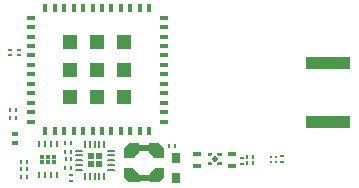
<source format=gbr>
G04 EAGLE Gerber RS-274X export*
G75*
%MOMM*%
%FSLAX34Y34*%
%LPD*%
%INSolderpaste Top*%
%IPPOS*%
%AMOC8*
5,1,8,0,0,1.08239X$1,22.5*%
G01*
%ADD10R,0.300000X0.200000*%
%ADD11R,0.700000X0.400000*%
%ADD12R,0.400000X0.700000*%
%ADD13R,1.280000X1.280000*%
%ADD14R,0.256000X0.566000*%
%ADD15R,0.325000X0.325000*%
%ADD16R,0.224000X0.374000*%
%ADD17R,0.200000X0.300000*%
%ADD18R,0.374000X0.224000*%
%ADD19C,0.144000*%
%ADD20R,0.508000X0.482600*%
%ADD21R,2.390000X0.600000*%
%ADD22R,0.800000X0.900000*%
%ADD23R,3.720000X1.120000*%
%ADD24R,0.250000X0.250000*%
%ADD25R,0.800000X0.400000*%
%ADD26R,0.600000X0.400000*%
%ADD27R,0.192000X0.192000*%
%ADD28R,0.416000X0.416000*%

G36*
X118550Y5981D02*
X118550Y5981D01*
X118601Y5983D01*
X118633Y6001D01*
X118669Y6009D01*
X118708Y6042D01*
X118753Y6066D01*
X118774Y6096D01*
X118802Y6119D01*
X118823Y6166D01*
X118853Y6208D01*
X118861Y6250D01*
X118873Y6278D01*
X118872Y6308D01*
X118880Y6350D01*
X118880Y11850D01*
X118863Y11924D01*
X118850Y11999D01*
X118843Y12009D01*
X118841Y12019D01*
X118817Y12048D01*
X118769Y12119D01*
X112769Y18119D01*
X112704Y18159D01*
X112642Y18203D01*
X112630Y18205D01*
X112622Y18210D01*
X112585Y18214D01*
X112500Y18230D01*
X105500Y18230D01*
X105450Y18219D01*
X105399Y18217D01*
X105367Y18199D01*
X105331Y18191D01*
X105292Y18158D01*
X105247Y18134D01*
X105226Y18104D01*
X105198Y18081D01*
X105177Y18034D01*
X105147Y17992D01*
X105139Y17950D01*
X105127Y17922D01*
X105128Y17892D01*
X105120Y17850D01*
X105120Y10350D01*
X105137Y10276D01*
X105150Y10201D01*
X105157Y10191D01*
X105159Y10181D01*
X105183Y10152D01*
X105231Y10081D01*
X109231Y6081D01*
X109296Y6041D01*
X109358Y5997D01*
X109370Y5995D01*
X109378Y5990D01*
X109415Y5986D01*
X109500Y5970D01*
X118500Y5970D01*
X118550Y5981D01*
G37*
G36*
X112574Y26987D02*
X112574Y26987D01*
X112649Y27000D01*
X112659Y27007D01*
X112669Y27009D01*
X112698Y27033D01*
X112769Y27081D01*
X117769Y32081D01*
X117809Y32146D01*
X117853Y32208D01*
X117855Y32220D01*
X117860Y32228D01*
X117864Y32265D01*
X117880Y32350D01*
X117880Y38850D01*
X117869Y38900D01*
X117867Y38951D01*
X117849Y38983D01*
X117841Y39019D01*
X117808Y39058D01*
X117784Y39103D01*
X117754Y39124D01*
X117731Y39152D01*
X117684Y39173D01*
X117642Y39203D01*
X117600Y39211D01*
X117572Y39223D01*
X117542Y39222D01*
X117500Y39230D01*
X109500Y39230D01*
X109426Y39213D01*
X109351Y39200D01*
X109341Y39193D01*
X109331Y39191D01*
X109302Y39167D01*
X109231Y39119D01*
X105231Y35119D01*
X105191Y35054D01*
X105147Y34992D01*
X105145Y34980D01*
X105140Y34972D01*
X105136Y34935D01*
X105120Y34850D01*
X105120Y27350D01*
X105131Y27300D01*
X105133Y27249D01*
X105151Y27217D01*
X105159Y27181D01*
X105192Y27142D01*
X105216Y27097D01*
X105246Y27076D01*
X105269Y27048D01*
X105316Y27027D01*
X105358Y26997D01*
X105400Y26989D01*
X105428Y26977D01*
X105458Y26978D01*
X105500Y26970D01*
X112500Y26970D01*
X112574Y26987D01*
G37*
G36*
X138550Y26981D02*
X138550Y26981D01*
X138601Y26983D01*
X138633Y27001D01*
X138669Y27009D01*
X138708Y27042D01*
X138753Y27066D01*
X138774Y27096D01*
X138802Y27119D01*
X138823Y27166D01*
X138853Y27208D01*
X138861Y27250D01*
X138873Y27278D01*
X138872Y27308D01*
X138880Y27350D01*
X138880Y34850D01*
X138863Y34924D01*
X138850Y34999D01*
X138843Y35009D01*
X138841Y35019D01*
X138817Y35048D01*
X138769Y35119D01*
X134769Y39119D01*
X134704Y39159D01*
X134642Y39203D01*
X134630Y39205D01*
X134622Y39210D01*
X134585Y39214D01*
X134500Y39230D01*
X126500Y39230D01*
X126450Y39219D01*
X126399Y39217D01*
X126367Y39199D01*
X126331Y39191D01*
X126292Y39158D01*
X126247Y39134D01*
X126226Y39104D01*
X126198Y39081D01*
X126177Y39034D01*
X126147Y38992D01*
X126139Y38950D01*
X126127Y38922D01*
X126128Y38892D01*
X126120Y38850D01*
X126120Y32350D01*
X126137Y32276D01*
X126150Y32201D01*
X126157Y32191D01*
X126159Y32181D01*
X126183Y32152D01*
X126231Y32081D01*
X131231Y27081D01*
X131296Y27041D01*
X131358Y26997D01*
X131370Y26995D01*
X131378Y26990D01*
X131415Y26986D01*
X131500Y26970D01*
X138500Y26970D01*
X138550Y26981D01*
G37*
G36*
X134574Y5987D02*
X134574Y5987D01*
X134649Y6000D01*
X134659Y6007D01*
X134669Y6009D01*
X134698Y6033D01*
X134769Y6081D01*
X138769Y10081D01*
X138809Y10146D01*
X138853Y10208D01*
X138855Y10220D01*
X138860Y10228D01*
X138864Y10265D01*
X138880Y10350D01*
X138880Y17850D01*
X138869Y17900D01*
X138867Y17951D01*
X138849Y17983D01*
X138841Y18019D01*
X138808Y18058D01*
X138784Y18103D01*
X138754Y18124D01*
X138731Y18152D01*
X138684Y18173D01*
X138642Y18203D01*
X138600Y18211D01*
X138572Y18223D01*
X138542Y18222D01*
X138500Y18230D01*
X131500Y18230D01*
X131426Y18213D01*
X131351Y18200D01*
X131341Y18193D01*
X131331Y18191D01*
X131302Y18167D01*
X131231Y18119D01*
X126731Y13619D01*
X126691Y13554D01*
X126647Y13492D01*
X126645Y13480D01*
X126640Y13472D01*
X126636Y13435D01*
X126620Y13350D01*
X126620Y6350D01*
X126631Y6300D01*
X126633Y6249D01*
X126651Y6217D01*
X126659Y6181D01*
X126692Y6142D01*
X126716Y6097D01*
X126746Y6076D01*
X126769Y6048D01*
X126816Y6027D01*
X126858Y5997D01*
X126900Y5989D01*
X126928Y5977D01*
X126958Y5978D01*
X127000Y5970D01*
X134500Y5970D01*
X134574Y5987D01*
G37*
G36*
X188005Y28399D02*
X188005Y28399D01*
X188005Y28400D01*
X188005Y31000D01*
X188001Y31005D01*
X188000Y31005D01*
X184100Y31005D01*
X184095Y31001D01*
X184095Y31000D01*
X184095Y29900D01*
X184097Y29898D01*
X184096Y29896D01*
X185596Y28396D01*
X185599Y28396D01*
X185600Y28395D01*
X188000Y28395D01*
X188005Y28399D01*
G37*
G36*
X178402Y28397D02*
X178402Y28397D01*
X178404Y28396D01*
X179904Y29896D01*
X179904Y29899D01*
X179905Y29900D01*
X179905Y31000D01*
X179901Y31005D01*
X179900Y31005D01*
X176000Y31005D01*
X175995Y31001D01*
X175995Y31000D01*
X175995Y28400D01*
X175999Y28395D01*
X176000Y28395D01*
X178400Y28395D01*
X178402Y28397D01*
G37*
G36*
X188005Y20999D02*
X188005Y20999D01*
X188005Y21000D01*
X188005Y23600D01*
X188001Y23605D01*
X188000Y23605D01*
X185600Y23605D01*
X185598Y23603D01*
X185596Y23604D01*
X184096Y22104D01*
X184096Y22101D01*
X184095Y22100D01*
X184095Y21000D01*
X184099Y20995D01*
X184100Y20995D01*
X188000Y20995D01*
X188005Y20999D01*
G37*
G36*
X179905Y20999D02*
X179905Y20999D01*
X179905Y21000D01*
X179905Y22100D01*
X179903Y22102D01*
X179904Y22104D01*
X178404Y23604D01*
X178401Y23604D01*
X178400Y23605D01*
X176000Y23605D01*
X175995Y23601D01*
X175995Y23600D01*
X175995Y21000D01*
X175999Y20995D01*
X176000Y20995D01*
X179900Y20995D01*
X179905Y20999D01*
G37*
D10*
X15974Y118550D03*
X15974Y113550D03*
D11*
X25867Y145500D03*
X25867Y137500D03*
X25867Y129500D03*
X25867Y121500D03*
X25867Y113500D03*
X25867Y105500D03*
X25867Y97500D03*
X25867Y89500D03*
X25867Y81500D03*
X25867Y73500D03*
X25867Y65500D03*
X25867Y57500D03*
D12*
X38367Y49500D03*
X46367Y49500D03*
X54367Y49500D03*
X62367Y49500D03*
X70367Y49500D03*
X78367Y49500D03*
X86367Y49500D03*
X94367Y49500D03*
X102367Y49500D03*
X110367Y49500D03*
X118367Y49500D03*
X126367Y49500D03*
D11*
X138867Y57500D03*
X138867Y65500D03*
X138867Y73500D03*
X138867Y81500D03*
X138867Y89500D03*
X138867Y97500D03*
X138867Y105500D03*
X138867Y113500D03*
X138867Y121500D03*
X138867Y129500D03*
X138867Y137500D03*
X138867Y145500D03*
D12*
X126367Y153500D03*
X118367Y153500D03*
X110367Y153500D03*
X102367Y153500D03*
X94367Y153500D03*
X86367Y153500D03*
X78367Y153500D03*
X70367Y153500D03*
X62367Y153500D03*
X54367Y153500D03*
X46367Y153500D03*
X38367Y153500D03*
D13*
X59367Y124500D03*
X82367Y124500D03*
X105367Y124500D03*
X59367Y101500D03*
X82367Y101500D03*
X105367Y101500D03*
X59367Y78500D03*
X82367Y78500D03*
X105367Y78500D03*
D10*
X8800Y118550D03*
X8800Y113550D03*
D14*
X47980Y38626D03*
X42980Y38626D03*
X37980Y38626D03*
X32980Y38626D03*
X32980Y12026D03*
X37980Y12026D03*
X42980Y12026D03*
X47980Y12026D03*
D15*
X45355Y23201D03*
X45355Y27451D03*
X35355Y27451D03*
X35355Y23201D03*
X40355Y27451D03*
X40355Y23201D03*
D16*
X23050Y11000D03*
X17950Y11000D03*
X23050Y17500D03*
X17950Y17500D03*
D17*
X8400Y60550D03*
X13400Y60550D03*
D16*
X13500Y67750D03*
X8400Y67750D03*
D17*
X209550Y27750D03*
X214550Y27750D03*
D16*
X214600Y22300D03*
X209500Y22300D03*
D18*
X204550Y22000D03*
X204550Y27100D03*
D19*
X69300Y32900D02*
X64100Y32900D01*
X64100Y28900D02*
X69300Y28900D01*
X69300Y24900D02*
X64100Y24900D01*
X64100Y20900D02*
X69300Y20900D01*
X69300Y16900D02*
X64100Y16900D01*
X72200Y14000D02*
X72200Y8800D01*
X76200Y8800D02*
X76200Y14000D01*
X80200Y14000D02*
X80200Y8800D01*
X84200Y8800D02*
X84200Y14000D01*
X88200Y14000D02*
X88200Y8800D01*
X91100Y16900D02*
X96300Y16900D01*
X96300Y20900D02*
X91100Y20900D01*
X91100Y24900D02*
X96300Y24900D01*
X96300Y28900D02*
X91100Y28900D01*
X91100Y32900D02*
X96300Y32900D01*
X88200Y35800D02*
X88200Y41000D01*
X84200Y41000D02*
X84200Y35800D01*
X80200Y35800D02*
X80200Y41000D01*
X76200Y41000D02*
X76200Y35800D01*
X72200Y35800D02*
X72200Y41000D01*
D20*
X76898Y28329D03*
X83502Y28329D03*
X76898Y21471D03*
X83502Y21471D03*
D21*
X122000Y9850D03*
X122000Y35350D03*
D16*
X55450Y39500D03*
X60550Y39500D03*
X55450Y31500D03*
X60550Y31500D03*
X143350Y36900D03*
X148450Y36900D03*
D18*
X60500Y7450D03*
X60500Y12550D03*
D16*
X60550Y17900D03*
X55450Y17900D03*
D17*
X60500Y25600D03*
X55500Y25600D03*
D22*
X149000Y26600D03*
X149000Y9600D03*
D23*
X278000Y57000D03*
D17*
X23000Y23100D03*
X18000Y23100D03*
D24*
X233550Y27550D03*
X233550Y23550D03*
X229550Y23550D03*
X229550Y27550D03*
D10*
X238500Y23000D03*
X238500Y28000D03*
D23*
X278000Y107000D03*
D25*
X196500Y30500D03*
X196500Y19500D03*
X166500Y30500D03*
X166500Y19500D03*
D26*
X12500Y39250D03*
X12500Y46750D03*
D27*
X177200Y29700D03*
X177200Y22300D03*
X186800Y22300D03*
X186800Y29700D03*
D28*
G36*
X182000Y23059D02*
X179059Y26000D01*
X182000Y28941D01*
X184941Y26000D01*
X182000Y23059D01*
G37*
M02*

</source>
